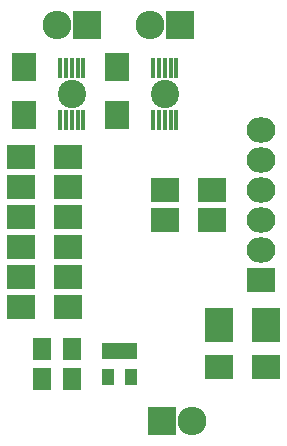
<source format=gbs>
G04 #@! TF.FileFunction,Soldermask,Bot*
%FSLAX46Y46*%
G04 Gerber Fmt 4.6, Leading zero omitted, Abs format (unit mm)*
G04 Created by KiCad (PCBNEW 4.0.2+e4-6225~38~ubuntu14.04.1-stable) date Mon 09 May 2016 08:18:36 PM EDT*
%MOMM*%
G01*
G04 APERTURE LIST*
%ADD10C,0.100000*%
%ADD11R,2.400000X2.900000*%
%ADD12R,1.650000X1.900000*%
%ADD13R,2.432000X2.127200*%
%ADD14O,2.432000X2.127200*%
%ADD15R,2.432000X2.432000*%
%ADD16O,2.432000X2.432000*%
%ADD17C,2.398980*%
%ADD18R,2.400000X2.100000*%
%ADD19R,2.100000X2.400000*%
%ADD20R,1.050000X1.460000*%
%ADD21R,0.452400X1.752400*%
G04 APERTURE END LIST*
D10*
D11*
X177070000Y-103124000D03*
X181070000Y-103124000D03*
D12*
X162052000Y-105176000D03*
X162052000Y-107676000D03*
X164592000Y-105176000D03*
X164592000Y-107676000D03*
D13*
X180594000Y-99314000D03*
D14*
X180594000Y-96774000D03*
X180594000Y-94234000D03*
X180594000Y-91694000D03*
X180594000Y-89154000D03*
X180594000Y-86614000D03*
D15*
X172212000Y-111252000D03*
D16*
X174752000Y-111252000D03*
D15*
X165862000Y-77724000D03*
D16*
X163322000Y-77724000D03*
D17*
X172466000Y-83566000D03*
X164592000Y-83566000D03*
D15*
X173736000Y-77724000D03*
D16*
X171196000Y-77724000D03*
D18*
X181070000Y-106680000D03*
X177070000Y-106680000D03*
D19*
X160528000Y-81312000D03*
X160528000Y-85312000D03*
X168402000Y-81312000D03*
X168402000Y-85312000D03*
D18*
X164306000Y-88900000D03*
X160306000Y-88900000D03*
X164306000Y-93980000D03*
X160306000Y-93980000D03*
X164306000Y-96520000D03*
X160306000Y-96520000D03*
X164306000Y-91440000D03*
X160306000Y-91440000D03*
X172498000Y-94234000D03*
X176498000Y-94234000D03*
X164306000Y-101600000D03*
X160306000Y-101600000D03*
X172498000Y-91694000D03*
X176498000Y-91694000D03*
X164306000Y-99060000D03*
X160306000Y-99060000D03*
D20*
X167706000Y-105326000D03*
X168656000Y-105326000D03*
X169606000Y-105326000D03*
X169606000Y-107526000D03*
X167706000Y-107526000D03*
D21*
X163592000Y-81366000D03*
X164092000Y-81366000D03*
X164592000Y-81366000D03*
X165092000Y-81366000D03*
X165592000Y-81366000D03*
X165592000Y-85766000D03*
X165092000Y-85766000D03*
X164592000Y-85766000D03*
X164092000Y-85766000D03*
X163592000Y-85766000D03*
X171466000Y-81366000D03*
X171966000Y-81366000D03*
X172466000Y-81366000D03*
X172966000Y-81366000D03*
X173466000Y-81366000D03*
X173466000Y-85766000D03*
X172966000Y-85766000D03*
X172466000Y-85766000D03*
X171966000Y-85766000D03*
X171466000Y-85766000D03*
M02*

</source>
